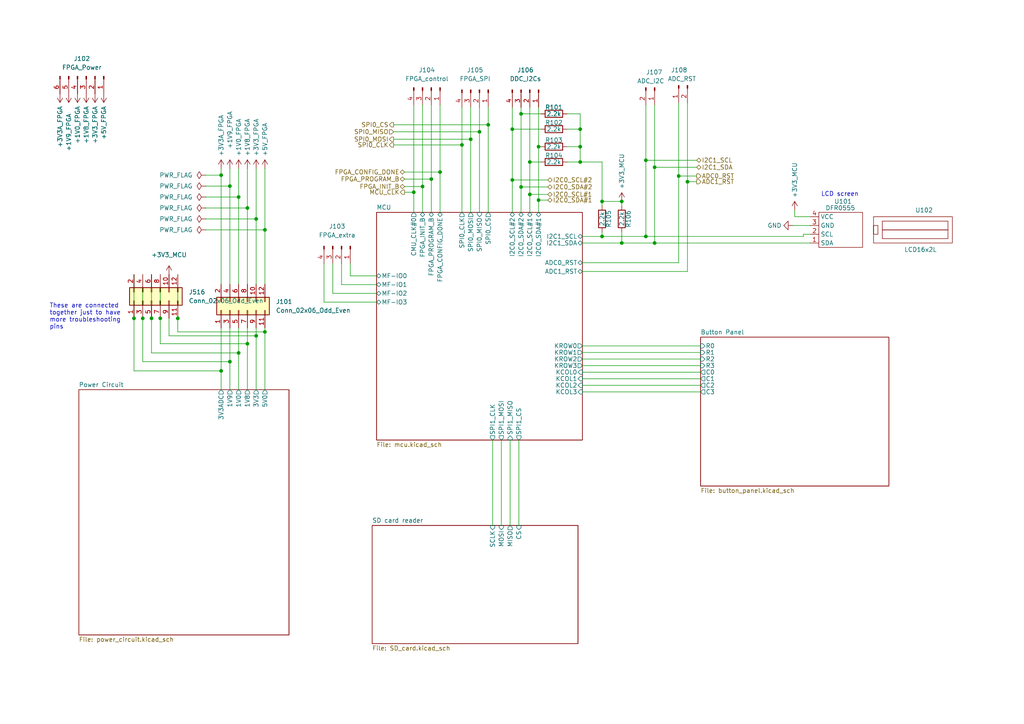
<source format=kicad_sch>
(kicad_sch (version 20211123) (generator eeschema)
  (paper "A4")
  (title_block (title "VGA Centrifuge - MCU area") (rev "v01"))
  (lib_symbols
    (symbol "Connector:Conn_01x02_Male" (pin_names (offset 1.016) hide)
      (property "Reference" "J" (at 0 2.54 0))
      (property "Value" "Conn_01x02_Male" (at 0 -5.08 0))
      (symbol "Conn_01x02_Male_1_1"
        (polyline (pts (xy 1.27 -2.54) (xy 0.8636 -2.54)) (stroke (width 0.1524)))
        (polyline (pts (xy 1.27 0) (xy 0.8636 0)) (stroke (width 0.1524)))
        (rectangle (start 0.8636 -2.413) (end 0 -2.667) (stroke (width 0.1524)) (fill (type outline)))
        (rectangle (start 0.8636 0.127) (end 0 -0.127) (stroke (width 0.1524)) (fill (type outline)))
        (pin passive line (at 5.08 0 180) (length 3.81) (name "Pin_1") (number "1"))
        (pin passive line (at 5.08 -2.54 180) (length 3.81) (name "Pin_2") (number "2"))
      )
    )
    (symbol "Connector:Conn_01x04_Male" (pin_names (offset 1.016) hide)
      (property "Reference" "J" (at 0 5.08 0))
      (property "Value" "Conn_01x04_Male" (at 0 -7.62 0))
      (symbol "Conn_01x04_Male_1_1"
        (polyline (pts (xy 1.27 -5.08) (xy 0.8636 -5.08)) (stroke (width 0.1524)))
        (polyline (pts (xy 1.27 -2.54) (xy 0.8636 -2.54)) (stroke (width 0.1524)))
        (polyline (pts (xy 1.27 0) (xy 0.8636 0)) (stroke (width 0.1524)))
        (polyline (pts (xy 1.27 2.54) (xy 0.8636 2.54)) (stroke (width 0.1524)))
        (rectangle (start 0.8636 -4.953) (end 0 -5.207) (stroke (width 0.1524)) (fill (type outline)))
        (rectangle (start 0.8636 -2.413) (end 0 -2.667) (stroke (width 0.1524)) (fill (type outline)))
        (rectangle (start 0.8636 0.127) (end 0 -0.127) (stroke (width 0.1524)) (fill (type outline)))
        (rectangle (start 0.8636 2.667) (end 0 2.413) (stroke (width 0.1524)) (fill (type outline)))
        (pin passive line (at 5.08 2.54 180) (length 3.81) (name "Pin_1") (number "1"))
        (pin passive line (at 5.08 0 180) (length 3.81) (name "Pin_2") (number "2"))
        (pin passive line (at 5.08 -2.54 180) (length 3.81) (name "Pin_3") (number "3"))
        (pin passive line (at 5.08 -5.08 180) (length 3.81) (name "Pin_4") (number "4"))
      )
    )
    (symbol "Connector:Conn_01x06_Male" (pin_names (offset 1.016) hide)
      (property "Reference" "J" (at 0 7.62 0))
      (property "Value" "Conn_01x06_Male" (at 0 -10.16 0))
      (symbol "Conn_01x06_Male_1_1"
        (polyline (pts (xy 1.27 -7.62) (xy 0.8636 -7.62)) (stroke (width 0.1524)))
        (polyline (pts (xy 1.27 -5.08) (xy 0.8636 -5.08)) (stroke (width 0.1524)))
        (polyline (pts (xy 1.27 -2.54) (xy 0.8636 -2.54)) (stroke (width 0.1524)))
        (polyline (pts (xy 1.27 0) (xy 0.8636 0)) (stroke (width 0.1524)))
        (polyline (pts (xy 1.27 2.54) (xy 0.8636 2.54)) (stroke (width 0.1524)))
        (polyline (pts (xy 1.27 5.08) (xy 0.8636 5.08)) (stroke (width 0.1524)))
        (rectangle (start 0.8636 -7.493) (end 0 -7.747) (stroke (width 0.1524)) (fill (type outline)))
        (rectangle (start 0.8636 -4.953) (end 0 -5.207) (stroke (width 0.1524)) (fill (type outline)))
        (rectangle (start 0.8636 -2.413) (end 0 -2.667) (stroke (width 0.1524)) (fill (type outline)))
        (rectangle (start 0.8636 0.127) (end 0 -0.127) (stroke (width 0.1524)) (fill (type outline)))
        (rectangle (start 0.8636 2.667) (end 0 2.413) (stroke (width 0.1524)) (fill (type outline)))
        (rectangle (start 0.8636 5.207) (end 0 4.953) (stroke (width 0.1524)) (fill (type outline)))
        (pin passive line (at 5.08 5.08 180) (length 3.81) (name "Pin_1") (number "1"))
        (pin passive line (at 5.08 2.54 180) (length 3.81) (name "Pin_2") (number "2"))
        (pin passive line (at 5.08 0 180) (length 3.81) (name "Pin_3") (number "3"))
        (pin passive line (at 5.08 -2.54 180) (length 3.81) (name "Pin_4") (number "4"))
        (pin passive line (at 5.08 -5.08 180) (length 3.81) (name "Pin_5") (number "5"))
        (pin passive line (at 5.08 -7.62 180) (length 3.81) (name "Pin_6") (number "6"))
      )
    )
    (symbol "Connector_Generic:Conn_02x06_Odd_Even" (pin_names (offset 1.016) hide)
      (property "Reference" "J" (at 1.27 7.62 0))
      (property "Value" "Conn_02x06_Odd_Even" (at 1.27 -10.16 0))
      (symbol "Conn_02x06_Odd_Even_1_1"
        (rectangle (start -1.27 -7.493) (end 0 -7.747) (stroke (width 0.1524)))
        (rectangle (start -1.27 -4.953) (end 0 -5.207) (stroke (width 0.1524)))
        (rectangle (start -1.27 -2.413) (end 0 -2.667) (stroke (width 0.1524)))
        (rectangle (start -1.27 0.127) (end 0 -0.127) (stroke (width 0.1524)))
        (rectangle (start -1.27 2.667) (end 0 2.413) (stroke (width 0.1524)))
        (rectangle (start -1.27 5.207) (end 0 4.953) (stroke (width 0.1524)))
        (rectangle (start -1.27 6.35) (end 3.81 -8.89) (stroke (width 0.254)) (fill (type background)))
        (rectangle (start 3.81 -7.493) (end 2.54 -7.747) (stroke (width 0.1524)))
        (rectangle (start 3.81 -4.953) (end 2.54 -5.207) (stroke (width 0.1524)))
        (rectangle (start 3.81 -2.413) (end 2.54 -2.667) (stroke (width 0.1524)))
        (rectangle (start 3.81 0.127) (end 2.54 -0.127) (stroke (width 0.1524)))
        (rectangle (start 3.81 2.667) (end 2.54 2.413) (stroke (width 0.1524)))
        (rectangle (start 3.81 5.207) (end 2.54 4.953) (stroke (width 0.1524)))
        (pin passive line (at -5.08 5.08 0) (length 3.81) (name "Pin_1") (number "1"))
        (pin passive line (at 7.62 -5.08 180) (length 3.81) (name "Pin_10") (number "10"))
        (pin passive line (at -5.08 -7.62 0) (length 3.81) (name "Pin_11") (number "11"))
        (pin passive line (at 7.62 -7.62 180) (length 3.81) (name "Pin_12") (number "12"))
        (pin passive line (at 7.62 5.08 180) (length 3.81) (name "Pin_2") (number "2"))
        (pin passive line (at -5.08 2.54 0) (length 3.81) (name "Pin_3") (number "3"))
        (pin passive line (at 7.62 2.54 180) (length 3.81) (name "Pin_4") (number "4"))
        (pin passive line (at -5.08 0 0) (length 3.81) (name "Pin_5") (number "5"))
        (pin passive line (at 7.62 0 180) (length 3.81) (name "Pin_6") (number "6"))
        (pin passive line (at -5.08 -2.54 0) (length 3.81) (name "Pin_7") (number "7"))
        (pin passive line (at 7.62 -2.54 180) (length 3.81) (name "Pin_8") (number "8"))
        (pin passive line (at -5.08 -5.08 0) (length 3.81) (name "Pin_9") (number "9"))
      )
    )
    (symbol "Device:R" (pin_numbers hide) (pin_names (offset 0))
      (property "Reference" "R" (at 2.032 0 90))
      (property "Value" "R" (at 0 0 90))
      (symbol "R_0_1"
        (rectangle (start -1.016 -2.54) (end 1.016 2.54) (stroke (width 0.254)))
      )
      (symbol "R_1_1"
        (pin passive line (at 0 3.81 270) (length 1.27) (name "~") (number "1"))
        (pin passive line (at 0 -3.81 90) (length 1.27) (name "~") (number "2"))
      )
    )
    (symbol "centrifuge_symbols:+1V0_FPGA" (power) (pin_names (offset 0))
      (property "Value" "+1V0_FPGA" (at 0 3.556 90))
      (symbol "+1V0_FPGA_0_1"
        (polyline (pts (xy -0.762 1.27) (xy 0 2.54)))
        (polyline (pts (xy 0 0) (xy 0 2.54)))
        (polyline (pts (xy 0 2.54) (xy 0.762 1.27)))
      )
      (symbol "+1V0_FPGA_1_1"
        (pin power_in line (at 0 0 90) (length 0) hide (name "+1V0_FPGA") (number "1"))
      )
    )
    (symbol "centrifuge_symbols:+1V8_FPGA" (power) (pin_names (offset 0))
      (property "Value" "+1V8_FPGA" (at 0 3.556 90))
      (symbol "+1V8_FPGA_0_1"
        (polyline (pts (xy -0.762 1.27) (xy 0 2.54)))
        (polyline (pts (xy 0 0) (xy 0 2.54)))
        (polyline (pts (xy 0 2.54) (xy 0.762 1.27)))
      )
      (symbol "+1V8_FPGA_1_1"
        (pin power_in line (at 0 0 90) (length 0) hide (name "+1V8_FPGA") (number "1"))
      )
    )
    (symbol "centrifuge_symbols:+1V9_FPGA" (power) (pin_names (offset 0))
      (property "Value" "+1V9_FPGA" (at 0 5.715 90))
      (symbol "+1V9_FPGA_0_1"
        (polyline (pts (xy -0.762 1.27) (xy 0 2.54)))
        (polyline (pts (xy 0 0) (xy 0 2.54)))
        (polyline (pts (xy 0 2.54) (xy 0.762 1.27)))
      )
      (symbol "+1V9_FPGA_1_1"
        (pin power_in line (at 0 0 90) (length 0) hide (name "+1V9_FPGA") (number "1"))
      )
    )
    (symbol "centrifuge_symbols:+3V3A_FPGA" (power) (pin_names (offset 0))
      (property "Value" "+3V3A_FPGA" (at 0 3.556 90))
      (symbol "+3V3A_FPGA_0_1"
        (polyline (pts (xy -0.762 1.27) (xy 0 2.54)))
        (polyline (pts (xy 0 0) (xy 0 2.54)))
        (polyline (pts (xy 0 2.54) (xy 0.762 1.27)))
      )
      (symbol "+3V3A_FPGA_1_1"
        (pin power_in line (at 0 0 90) (length 0) hide (name "+3V3A_FPGA") (number "1"))
      )
    )
    (symbol "centrifuge_symbols:+3V3_FPGA" (power) (pin_names (offset 0))
      (property "Value" "+3V3_FPGA" (at 0 3.556 90))
      (symbol "+3V3_FPGA_0_1"
        (polyline (pts (xy -0.762 1.27) (xy 0 2.54)))
        (polyline (pts (xy 0 0) (xy 0 2.54)))
        (polyline (pts (xy 0 2.54) (xy 0.762 1.27)))
      )
      (symbol "+3V3_FPGA_1_1"
        (pin power_in line (at 0 0 90) (length 0) hide (name "+3V3_FPGA") (number "1"))
      )
    )
    (symbol "centrifuge_symbols:+3V3_MCU" (power) (pin_names (offset 0))
      (property "Value" "+3V3_MCU" (at 0 3.556 90))
      (symbol "+3V3_MCU_0_1"
        (polyline (pts (xy -0.762 1.27) (xy 0 2.54)))
        (polyline (pts (xy 0 0) (xy 0 2.54)))
        (polyline (pts (xy 0 2.54) (xy 0.762 1.27)))
      )
      (symbol "+3V3_MCU_1_1"
        (pin power_in line (at 0 0 90) (length 0) hide (name "+3V3_MCU") (number "1"))
      )
    )
    (symbol "centrifuge_symbols:+5V_FPGA" (power) (pin_names (offset 0))
      (property "Value" "+5V_FPGA" (at 0 3.556 90))
      (symbol "+5V_FPGA_0_1"
        (polyline (pts (xy -0.762 1.27) (xy 0 2.54)))
        (polyline (pts (xy 0 0) (xy 0 2.54)))
        (polyline (pts (xy 0 2.54) (xy 0.762 1.27)))
      )
      (symbol "+5V_FPGA_1_1"
        (pin power_in line (at 0 0 90) (length 0) hide (name "+5V_FPGA") (number "1"))
      )
    )
    (symbol "mcu_centrifuge_library:DFR0555"
      (property "Reference" "U101" (at -1.905 5.715 0))
      (property "Value" "DFR0555" (at -4.445 3.81 0))
      (symbol "DFR0555_0_1"
        (rectangle (start -6.35 2.54) (end 6.35 -7.62))
      )
      (symbol "DFR0555_1_1"
        (pin open_collector line (at -8.89 -6.35 0) (length 2.54) (name "SDA") (number "1"))
        (pin open_collector line (at -8.89 -3.81 0) (length 2.54) (name "SCL") (number "2"))
        (pin power_in line (at -8.89 -1.27 0) (length 2.54) (name "GND") (number "3"))
        (pin power_in line (at -8.89 1.27 0) (length 2.54) (name "VCC") (number "4"))
      )
    )
    (symbol "mcu_centrifuge_library:LCD16x2L"
      (property "Reference" "U" (at 0 5.08 0))
      (property "Value" "LCD16x2L" (at 0 -5.08 0))
      (symbol "LCD16x2L_0_1"
        (rectangle (start -11.43 1.27) (end -10.16 -1.27))
        (rectangle (start -11.43 3.81) (end 11.43 -3.81))
        (rectangle (start -8.89 -2.54) (end 10.16 0))
        (rectangle (start -8.89 2.54) (end 10.16 0))
      )
    )
    (symbol "power:GND" (power) (pin_names (offset 0))
      (property "Value" "GND" (at 0 -3.81 0))
      (symbol "GND_0_1"
        (polyline (pts (xy 0 0) (xy 0 -1.27) (xy 1.27 -1.27) (xy 0 -2.54) (xy -1.27 -1.27) (xy 0 -1.27)))
      )
      (symbol "GND_1_1"
        (pin power_in line (at 0 0 270) (length 0) hide (name "GND") (number "1"))
      )
    )
    (symbol "power:PWR_FLAG" (power) (pin_numbers hide) (pin_names (offset 0) hide)
      (property "Value" "PWR_FLAG" (at 0 3.81 0))
      (symbol "PWR_FLAG_0_0"
        (pin power_out line (at 0 0 90) (length 0) (name "pwr") (number "1"))
      )
      (symbol "PWR_FLAG_0_1"
        (polyline (pts (xy 0 0) (xy 0 1.27) (xy -1.016 1.905) (xy 0 2.54) (xy 1.016 1.905) (xy 0 1.27)))
      )
    )
  )
  (junction (at 71.755 60.325))
  (junction (at 168.275 42.545))
  (junction (at 127.635 49.911))
  (junction (at 187.325 68.58))
  (junction (at 153.67 46.99))
  (junction (at 148.59 37.465))
  (junction (at 76.835 66.675))
  (junction (at 41.402 92.329))
  (junction (at 189.865 70.485))
  (junction (at 139.065 38.227))
  (junction (at 46.482 92.329))
  (junction (at 122.555 54.102))
  (junction (at 141.605 36.195))
  (junction (at 120.015 55.753))
  (junction (at 199.39 52.705))
  (junction (at 148.59 52.197))
  (junction (at 74.295 63.5))
  (junction (at 156.21 58.039))
  (junction (at 174.625 68.58))
  (junction (at 168.275 37.465))
  (junction (at 174.625 58.42))
  (junction (at 66.675 53.975))
  (junction (at 189.865 48.514))
  (junction (at 76.835 96.266))
  (junction (at 69.215 102.362))
  (junction (at 74.295 97.409))
  (junction (at 51.562 92.329))
  (junction (at 196.85 51.054))
  (junction (at 180.34 58.42))
  (junction (at 125.095 51.943))
  (junction (at 64.135 107.569))
  (junction (at 43.942 92.329))
  (junction (at 180.34 70.485))
  (junction (at 156.21 42.545))
  (junction (at 64.135 50.8))
  (junction (at 71.755 99.695))
  (junction (at 38.862 92.329))
  (junction (at 69.215 57.15))
  (junction (at 133.985 42.037))
  (junction (at 66.675 104.902))
  (junction (at 187.325 46.482))
  (junction (at 151.13 54.229))
  (junction (at 153.67 56.388))
  (junction (at 151.13 33.02))
  (junction (at 136.525 40.386))
  (junction (at 168.275 46.99))
  (wire (pts (xy 174.625 58.42) (xy 174.625 59.69)))
  (wire (pts (xy 141.605 36.195) (xy 141.605 61.595)))
  (wire (pts (xy 127.635 30.48) (xy 127.635 49.911)))
  (wire (pts (xy 41.402 104.902) (xy 66.675 104.902)))
  (wire (pts (xy 139.065 31.115) (xy 139.065 38.227)))
  (wire (pts (xy 59.69 57.15) (xy 69.215 57.15)))
  (wire (pts (xy 202.057 48.514) (xy 189.865 48.514)))
  (wire (pts (xy 153.67 46.99) (xy 153.67 56.388)))
  (wire (pts (xy 76.835 48.895) (xy 76.835 66.675)))
  (wire (pts (xy 99.06 82.55) (xy 99.06 76.454)))
  (wire (pts (xy 69.215 113.03) (xy 69.215 102.362)))
  (wire (pts (xy 230.505 62.865) (xy 230.505 60.96)))
  (wire (pts (xy 153.67 31.115) (xy 153.67 46.99)))
  (wire (pts (xy 114.173 42.037) (xy 133.985 42.037)))
  (wire (pts (xy 196.85 29.845) (xy 196.85 51.054)))
  (wire (pts (xy 136.525 40.386) (xy 136.525 61.595)))
  (wire (pts (xy 164.465 33.02) (xy 168.275 33.02)))
  (wire (pts (xy 189.865 48.514) (xy 189.865 70.485)))
  (wire (pts (xy 142.875 127.635) (xy 142.875 152.4)))
  (wire (pts (xy 46.482 92.329) (xy 46.482 99.695)))
  (wire (pts (xy 168.275 42.545) (xy 168.275 46.99)))
  (wire (pts (xy 117.348 51.943) (xy 125.095 51.943)))
  (wire (pts (xy 148.59 31.115) (xy 148.59 37.465)))
  (wire (pts (xy 229.87 65.405) (xy 234.95 65.405)))
  (wire (pts (xy 168.91 102.235) (xy 203.2 102.235)))
  (wire (pts (xy 202.057 52.705) (xy 199.39 52.705)))
  (wire (pts (xy 156.21 42.545) (xy 156.845 42.545)))
  (wire (pts (xy 49.022 97.409) (xy 74.295 97.409)))
  (wire (pts (xy 168.275 37.465) (xy 168.275 42.545)))
  (wire (pts (xy 230.505 62.865) (xy 234.95 62.865)))
  (wire (pts (xy 133.985 31.115) (xy 133.985 42.037)))
  (wire (pts (xy 74.295 95.123) (xy 74.295 97.409)))
  (wire (pts (xy 66.675 104.902) (xy 66.675 113.03)))
  (wire (pts (xy 101.6 76.454) (xy 101.6 80.01)))
  (wire (pts (xy 189.865 70.485) (xy 234.95 70.485)))
  (wire (pts (xy 168.91 107.95) (xy 203.2 107.95)))
  (wire (pts (xy 64.135 107.569) (xy 64.135 95.123)))
  (wire (pts (xy 38.862 79.629) (xy 38.862 92.329)))
  (wire (pts (xy 74.295 48.895) (xy 74.295 63.5)))
  (wire (pts (xy 125.095 51.943) (xy 125.095 61.595)))
  (wire (pts (xy 64.135 113.03) (xy 64.135 107.569)))
  (wire (pts (xy 43.942 102.362) (xy 69.215 102.362)))
  (wire (pts (xy 153.67 56.388) (xy 153.67 61.595)))
  (wire (pts (xy 96.52 85.09) (xy 109.22 85.09)))
  (wire (pts (xy 59.69 60.325) (xy 71.755 60.325)))
  (wire (pts (xy 122.555 30.48) (xy 122.555 54.102)))
  (wire (pts (xy 168.91 100.33) (xy 203.2 100.33)))
  (wire (pts (xy 41.402 79.629) (xy 41.402 92.329)))
  (wire (pts (xy 71.755 60.325) (xy 71.755 82.423)))
  (wire (pts (xy 147.955 127.635) (xy 147.955 152.4)))
  (wire (pts (xy 41.402 92.329) (xy 41.402 104.902)))
  (wire (pts (xy 59.69 53.975) (xy 66.675 53.975)))
  (wire (pts (xy 51.562 79.629) (xy 51.562 92.329)))
  (wire (pts (xy 168.91 70.485) (xy 180.34 70.485)))
  (wire (pts (xy 71.755 95.123) (xy 71.755 99.695)))
  (wire (pts (xy 51.562 92.329) (xy 51.562 96.266)))
  (wire (pts (xy 66.675 48.895) (xy 66.675 53.975)))
  (wire (pts (xy 43.942 92.329) (xy 43.942 102.362)))
  (wire (pts (xy 151.13 33.02) (xy 151.13 54.229)))
  (wire (pts (xy 158.877 56.388) (xy 153.67 56.388)))
  (wire (pts (xy 133.985 42.037) (xy 133.985 61.595)))
  (wire (pts (xy 51.562 96.266) (xy 76.835 96.266)))
  (wire (pts (xy 174.625 46.99) (xy 174.625 58.42)))
  (wire (pts (xy 43.942 79.629) (xy 43.942 92.329)))
  (wire (pts (xy 168.91 106.045) (xy 203.2 106.045)))
  (wire (pts (xy 101.6 80.01) (xy 109.22 80.01)))
  (wire (pts (xy 59.69 63.5) (xy 74.295 63.5)))
  (wire (pts (xy 141.605 31.115) (xy 141.605 36.195)))
  (wire (pts (xy 187.325 68.58) (xy 233.045 68.58)))
  (wire (pts (xy 153.67 46.99) (xy 156.845 46.99)))
  (wire (pts (xy 180.34 70.485) (xy 189.865 70.485)))
  (wire (pts (xy 199.39 52.705) (xy 199.39 29.845)))
  (wire (pts (xy 64.135 48.895) (xy 64.135 50.8)))
  (wire (pts (xy 168.91 76.2) (xy 196.85 76.2)))
  (wire (pts (xy 168.91 68.58) (xy 174.625 68.58)))
  (wire (pts (xy 187.325 30.48) (xy 187.325 46.482)))
  (wire (pts (xy 69.215 57.15) (xy 69.215 82.423)))
  (wire (pts (xy 136.525 31.115) (xy 136.525 40.386)))
  (wire (pts (xy 168.91 109.855) (xy 203.2 109.855)))
  (wire (pts (xy 151.13 54.229) (xy 151.13 61.595)))
  (wire (pts (xy 120.015 30.48) (xy 120.015 55.753)))
  (wire (pts (xy 109.22 82.55) (xy 99.06 82.55)))
  (wire (pts (xy 180.34 67.31) (xy 180.34 70.485)))
  (wire (pts (xy 38.862 107.569) (xy 64.135 107.569)))
  (wire (pts (xy 156.21 58.039) (xy 156.21 61.595)))
  (wire (pts (xy 174.625 58.42) (xy 180.34 58.42)))
  (wire (pts (xy 168.275 33.02) (xy 168.275 37.465)))
  (wire (pts (xy 38.862 92.329) (xy 38.862 107.569)))
  (wire (pts (xy 66.675 95.123) (xy 66.675 104.902)))
  (wire (pts (xy 187.325 46.482) (xy 187.325 68.58)))
  (wire (pts (xy 114.173 40.386) (xy 136.525 40.386)))
  (wire (pts (xy 139.065 38.227) (xy 139.065 61.595)))
  (wire (pts (xy 76.835 95.123) (xy 76.835 96.266)))
  (wire (pts (xy 164.465 46.99) (xy 168.275 46.99)))
  (wire (pts (xy 127.635 49.911) (xy 127.635 61.595)))
  (wire (pts (xy 66.675 53.975) (xy 66.675 82.423)))
  (wire (pts (xy 189.865 30.48) (xy 189.865 48.514)))
  (wire (pts (xy 76.835 96.266) (xy 76.835 113.03)))
  (wire (pts (xy 168.91 78.74) (xy 199.39 78.74)))
  (wire (pts (xy 69.215 102.362) (xy 69.215 95.123)))
  (wire (pts (xy 233.045 67.945) (xy 234.95 67.945)))
  (wire (pts (xy 114.173 38.227) (xy 139.065 38.227)))
  (wire (pts (xy 148.59 37.465) (xy 156.845 37.465)))
  (wire (pts (xy 117.348 55.753) (xy 120.015 55.753)))
  (wire (pts (xy 49.022 92.329) (xy 49.022 97.409)))
  (wire (pts (xy 202.057 46.482) (xy 187.325 46.482)))
  (wire (pts (xy 117.348 54.102) (xy 122.555 54.102)))
  (wire (pts (xy 125.095 30.48) (xy 125.095 51.943)))
  (wire (pts (xy 148.59 52.197) (xy 148.59 61.595)))
  (wire (pts (xy 156.21 42.545) (xy 156.21 58.039)))
  (wire (pts (xy 156.21 31.115) (xy 156.21 42.545)))
  (wire (pts (xy 122.555 54.102) (xy 122.555 61.595)))
  (wire (pts (xy 196.85 51.054) (xy 196.85 76.2)))
  (wire (pts (xy 164.465 42.545) (xy 168.275 42.545)))
  (wire (pts (xy 180.34 58.42) (xy 180.34 59.69)))
  (wire (pts (xy 71.755 48.895) (xy 71.755 60.325)))
  (wire (pts (xy 96.52 76.454) (xy 96.52 85.09)))
  (wire (pts (xy 199.39 78.74) (xy 199.39 52.705)))
  (wire (pts (xy 233.045 68.58) (xy 233.045 67.945)))
  (wire (pts (xy 158.877 58.039) (xy 156.21 58.039)))
  (wire (pts (xy 148.59 37.465) (xy 148.59 52.197)))
  (wire (pts (xy 168.91 111.76) (xy 203.2 111.76)))
  (wire (pts (xy 168.91 104.14) (xy 203.2 104.14)))
  (wire (pts (xy 117.348 49.911) (xy 127.635 49.911)))
  (wire (pts (xy 74.295 97.409) (xy 74.295 113.03)))
  (wire (pts (xy 174.625 68.58) (xy 187.325 68.58)))
  (wire (pts (xy 151.13 33.02) (xy 156.845 33.02)))
  (wire (pts (xy 164.465 37.465) (xy 168.275 37.465)))
  (wire (pts (xy 168.91 113.665) (xy 203.2 113.665)))
  (wire (pts (xy 46.482 99.695) (xy 71.755 99.695)))
  (wire (pts (xy 120.015 55.753) (xy 120.015 61.595)))
  (wire (pts (xy 150.495 127.635) (xy 150.495 152.4)))
  (wire (pts (xy 174.625 67.31) (xy 174.625 68.58)))
  (wire (pts (xy 59.69 66.675) (xy 76.835 66.675)))
  (wire (pts (xy 46.482 79.629) (xy 46.482 92.329)))
  (wire (pts (xy 114.173 36.195) (xy 141.605 36.195)))
  (wire (pts (xy 64.135 50.8) (xy 64.135 82.423)))
  (wire (pts (xy 158.877 52.197) (xy 148.59 52.197)))
  (wire (pts (xy 69.215 48.895) (xy 69.215 57.15)))
  (wire (pts (xy 71.755 99.695) (xy 71.755 113.03)))
  (wire (pts (xy 174.625 46.99) (xy 168.275 46.99)))
  (wire (pts (xy 59.69 50.8) (xy 64.135 50.8)))
  (wire (pts (xy 93.98 87.63) (xy 93.98 76.454)))
  (wire (pts (xy 109.22 87.63) (xy 93.98 87.63)))
  (wire (pts (xy 74.295 63.5) (xy 74.295 82.423)))
  (wire (pts (xy 76.835 66.675) (xy 76.835 82.423)))
  (wire (pts (xy 202.057 51.054) (xy 196.85 51.054)))
  (wire (pts (xy 158.877 54.229) (xy 151.13 54.229)))
  (wire (pts (xy 151.13 31.115) (xy 151.13 33.02)))
  (wire (pts (xy 145.415 127.635) (xy 145.415 152.4)))
  (text "LCD screen" (at 238.125 57.15 0) (effects (font (size 1.27 1.27)) (justify left bottom)))
  (text "These are connected\ntogether just to have\nmore troubleshooting\npins" (at 14.351 95.631 0) (effects (font (size 1.27 1.27)) (justify left bottom)))
  (hierarchical_label "MCU_CLK" (shape output) (at 117.348 55.753 180))
  (hierarchical_label "SPI0_MOSI" (shape output) (at 114.173 40.386 180))
  (hierarchical_label "I2C1_SCL" (shape bidirectional) (at 202.057 46.482 0))
  (hierarchical_label "I2C0_SCL#2" (shape bidirectional) (at 158.877 52.197 0))
  (hierarchical_label "ADC0_RST" (shape output) (at 202.057 51.054 0))
  (hierarchical_label "FPGA_PROGRAM_B" (shape bidirectional) (at 117.348 51.943 180))
  (hierarchical_label "ADC1_RST" (shape output) (at 202.057 52.705 0))
  (hierarchical_label "SPI0_CLK" (shape output) (at 114.173 42.037 180))
  (hierarchical_label "FPGA_INIT_B" (shape bidirectional) (at 117.348 54.102 180))
  (hierarchical_label "SPI0_MISO" (shape input) (at 114.173 38.227 180))
  (hierarchical_label "FPGA_CONFIG_DONE" (shape bidirectional) (at 117.348 49.911 180))
  (hierarchical_label "I2C0_SDA#2" (shape bidirectional) (at 158.877 54.229 0))
  (hierarchical_label "I2C1_SDA" (shape bidirectional) (at 202.057 48.514 0))
  (hierarchical_label "I2C0_SDA#1" (shape bidirectional) (at 158.877 58.039 0))
  (hierarchical_label "I2C0_SCL#1" (shape bidirectional) (at 158.877 56.388 0))
  (hierarchical_label "SPI0_CS" (shape output) (at 114.173 36.195 180))
  (symbol (lib_id "power:PWR_FLAG") (at 59.69 53.975 90) (unit 1)
    (property "Reference" "#FLG0102" (effects hide))
    (property "Value" "PWR_FLAG" (at 55.88 53.9749 90) (effects (justify left)))
  )
  (symbol (lib_id "centrifuge_symbols:+5V_FPGA") (at 30.099 27.178 180) (unit 1)
    (property "Reference" "#PWR0112" (effects hide))
    (property "Value" "+5V" (at 30.099 30.734 90) (effects (justify left)))
  )
  (symbol (lib_id "Device:R") (at 160.655 42.545 90) (unit 1)
    (property "Reference" "R103" (at 160.655 40.64 90))
    (property "Value" "2.2k" (at 160.655 42.545 90))
    (property "Footprint" "Resistor_SMD:R_0805_2012Metric_Pad1.20x1.40mm_HandSolder" (effects hide))
    (property "Purchase" "https://www.digikey.no/no/products/detail/yageo/AC0805FR-072K2L/5896727" (effects hide))
  )
  (symbol (lib_id "centrifuge_symbols:+3V3_MCU") (at 49.022 79.629 0) (unit 1)
    (property "Reference" "#PWR0238" (effects hide))
    (property "Value" "+3V3_MCU" (at 49.022 73.914 0))
  )
  (symbol (lib_id "Connector:Conn_01x04_Male") (at 139.065 26.035 270) (unit 1)
    (property "Reference" "J105" (at 137.795 20.32 90))
    (property "Value" "FPGA_SPI" (at 137.795 22.86 90))
    (property "Footprint" "Connector_PinHeader_2.54mm:PinHeader_1x04_P2.54mm_Vertical" (effects hide))
  )
  (symbol (lib_id "Device:R") (at 174.625 63.5 0) (unit 1)
    (property "Reference" "R105" (at 176.53 63.5 90))
    (property "Value" "2.2k" (at 174.625 63.5 90))
    (property "Footprint" "Resistor_SMD:R_0805_2012Metric_Pad1.20x1.40mm_HandSolder" (effects hide))
    (property "Purchase" "https://www.digikey.no/no/products/detail/yageo/AC0805FR-072K2L/5896727" (effects hide))
  )
  (symbol (lib_id "Device:R") (at 180.34 63.5 0) (unit 1)
    (property "Reference" "R106" (at 182.245 63.5 90))
    (property "Value" "2.2k" (at 180.34 63.5 90))
    (property "Footprint" "Resistor_SMD:R_0805_2012Metric_Pad1.20x1.40mm_HandSolder" (effects hide))
    (property "Purchase" "https://www.digikey.no/no/products/detail/yageo/AC0805FR-072K2L/5896727" (effects hide))
  )
  (symbol (lib_id "centrifuge_symbols:+3V3_MCU") (at 230.505 60.96 0) (unit 1)
    (property "Reference" "#PWR0115" (effects hide))
    (property "Value" "+3.3V" (at 230.505 57.404 90) (effects (justify left)))
  )
  (symbol (lib_id "Connector:Conn_01x06_Male") (at 25.019 22.098 270) (unit 1)
    (property "Reference" "J102" (at 23.749 17.018 90))
    (property "Value" "FPGA_Power" (at 23.749 19.558 90))
    (property "Footprint" "Connector_PinHeader_2.54mm:PinHeader_1x06_P2.54mm_Vertical" (effects hide))
  )
  (symbol (lib_id "power:PWR_FLAG") (at 59.69 66.675 90) (unit 1)
    (property "Reference" "#FLG0106" (effects hide))
    (property "Value" "PWR_FLAG" (at 55.88 66.6749 90) (effects (justify left)))
  )
  (symbol (lib_id "Device:R") (at 160.655 46.99 90) (unit 1)
    (property "Reference" "R104" (at 160.655 45.085 90))
    (property "Value" "2.2k" (at 160.655 46.99 90))
    (property "Footprint" "Resistor_SMD:R_0805_2012Metric_Pad1.20x1.40mm_HandSolder" (effects hide))
    (property "Purchase" "https://www.digikey.no/no/products/detail/yageo/AC0805FR-072K2L/5896727" (effects hide))
  )
  (symbol (lib_id "centrifuge_symbols:+1V9_FPGA") (at 19.939 27.178 180) (unit 1)
    (property "Reference" "#PWR0109" (effects hide))
    (property "Value" "+1V9" (at 19.939 32.893 90) (effects (justify left)))
  )
  (symbol (lib_id "power:PWR_FLAG") (at 59.69 63.5 90) (unit 1)
    (property "Reference" "#FLG0105" (effects hide))
    (property "Value" "PWR_FLAG" (at 55.88 63.4999 90) (effects (justify left)))
  )
  (symbol (lib_id "centrifuge_symbols:+3V3A_FPGA") (at 64.135 48.895 0) (unit 1)
    (property "Reference" "#PWR0108" (effects hide))
    (property "Value" "+3.3VADC" (at 64.135 45.339 90) (effects (justify left)))
  )
  (symbol (lib_id "centrifuge_symbols:+1V0_FPGA") (at 69.215 48.895 0) (unit 1)
    (property "Reference" "#PWR0101" (effects hide))
    (property "Value" "+1V0" (at 69.215 45.339 90) (effects (justify left)))
  )
  (symbol (lib_id "centrifuge_symbols:+3V3A_FPGA") (at 17.399 27.178 180) (unit 1)
    (property "Reference" "#PWR0111" (effects hide))
    (property "Value" "+3.3VADC" (at 17.399 30.734 90) (effects (justify left)))
  )
  (symbol (lib_id "mcu_centrifuge_library:LCD16x2L") (at 264.795 66.675 0) (unit 1)
    (property "Reference" "U102" (at 265.43 60.96 0) (effects (justify left)))
    (property "Value" "LCD16x2L" (at 262.255 72.39 0) (effects (justify left)))
    (property "Footprint" "centrifuge_mcu:DFR0555" (effects hide))
  )
  (symbol (lib_id "Connector:Conn_01x04_Male") (at 125.095 25.4 270) (unit 1)
    (property "Reference" "J104" (at 123.825 20.32 90))
    (property "Value" "FPGA_control" (at 123.825 22.86 90))
    (property "Footprint" "Connector_PinHeader_2.54mm:PinHeader_1x04_P2.54mm_Vertical" (effects hide))
  )
  (symbol (lib_id "power:PWR_FLAG") (at 59.69 60.325 90) (unit 1)
    (property "Reference" "#FLG0104" (effects hide))
    (property "Value" "PWR_FLAG" (at 55.88 60.3249 90) (effects (justify left)))
  )
  (symbol (lib_id "centrifuge_symbols:+3V3_FPGA") (at 74.295 48.895 0) (unit 1)
    (property "Reference" "#PWR0104" (effects hide))
    (property "Value" "+3.3V" (at 74.295 45.339 90) (effects (justify left)))
  )
  (symbol (lib_id "Connector:Conn_01x04_Male") (at 99.06 71.374 270) (unit 1)
    (property "Reference" "J103" (at 97.79 65.659 90))
    (property "Value" "FPGA_extra" (at 97.79 68.199 90))
    (property "Footprint" "Connector_PinHeader_2.54mm:PinHeader_1x04_P2.54mm_Vertical" (effects hide))
  )
  (symbol (lib_id "mcu_centrifuge_library:DFR0555") (at 243.84 64.135 0) (unit 1)
    (property "Reference" "U101" (at 241.935 58.42 0) (effects (justify left)))
    (property "Value" "DFR0555" (at 239.395 60.325 0) (effects (justify left)))
    (property "Footprint" "Connector_PinHeader_2.54mm:PinHeader_1x04_P2.54mm_Vertical" (effects hide))
    (property "Purchase" "https://www.digikey.no/no/products/detail/trinamic-motion-control-gmbh/CABLE-PH04/9381900" (effects hide))
  )
  (symbol (lib_id "Connector:Conn_01x02_Male") (at 189.865 25.4 270) (unit 1)
    (property "Reference" "J107" (at 187.325 20.955 90) (effects (justify left)))
    (property "Value" "ADC_I2C" (at 184.785 23.495 90) (effects (justify left)))
    (property "Footprint" "Connector_PinHeader_2.54mm:PinHeader_1x02_P2.54mm_Vertical" (effects hide))
  )
  (symbol (lib_id "centrifuge_symbols:+5V_FPGA") (at 76.835 48.895 0) (unit 1)
    (property "Reference" "#PWR0110" (effects hide))
    (property "Value" "+5V" (at 76.835 45.339 90) (effects (justify left)))
  )
  (symbol (lib_id "centrifuge_symbols:+1V0_FPGA") (at 22.479 27.178 180) (unit 1)
    (property "Reference" "#PWR0103" (effects hide))
    (property "Value" "+1V0" (at 22.479 30.734 90) (effects (justify left)))
  )
  (symbol (lib_id "centrifuge_symbols:+1V8_FPGA") (at 71.755 48.895 0) (unit 1)
    (property "Reference" "#PWR0102" (effects hide))
    (property "Value" "+1V8" (at 71.755 45.339 90) (effects (justify left)))
  )
  (symbol (lib_id "Connector_Generic:Conn_02x06_Odd_Even") (at 43.942 87.249 90) (unit 1)
    (property "Reference" "J516" (at 54.737 84.7089 90) (effects (justify right)))
    (property "Value" "Conn_02x06_Odd_Even" (at 54.737 87.2489 90) (effects (justify right)))
    (property "Footprint" "Connector_PinHeader_2.54mm:PinHeader_2x06_P2.54mm_Vertical" (effects hide))
  )
  (symbol (lib_id "power:PWR_FLAG") (at 59.69 57.15 90) (unit 1)
    (property "Reference" "#FLG0103" (effects hide))
    (property "Value" "PWR_FLAG" (at 55.88 57.1499 90) (effects (justify left)))
  )
  (symbol (lib_id "centrifuge_symbols:+3V3_FPGA") (at 27.559 27.178 180) (unit 1)
    (property "Reference" "#PWR0107" (effects hide))
    (property "Value" "+3.3V" (at 27.559 30.734 90) (effects (justify left)))
  )
  (symbol (lib_id "power:PWR_FLAG") (at 59.69 50.8 90) (unit 1)
    (property "Reference" "#FLG0101" (effects hide))
    (property "Value" "PWR_FLAG" (at 55.88 50.7999 90) (effects (justify left)))
  )
  (symbol (lib_id "power:GND") (at 229.87 65.405 270) (unit 1)
    (property "Reference" "#PWR0114" (effects hide))
    (property "Value" "GND" (at 226.695 65.4049 90) (effects (justify right)))
  )
  (symbol (lib_id "Connector_Generic:Conn_02x06_Odd_Even") (at 69.215 90.043 90) (unit 1)
    (property "Reference" "J101" (at 80.01 87.5029 90) (effects (justify right)))
    (property "Value" "Conn_02x06_Odd_Even" (at 80.01 90.0429 90) (effects (justify right)))
    (property "Footprint" "Connector_PinHeader_2.54mm:PinHeader_2x06_P2.54mm_Vertical" (effects hide))
  )
  (symbol (lib_id "centrifuge_symbols:+3V3_MCU") (at 180.34 58.42 0) (unit 1)
    (property "Reference" "#PWR0113" (effects hide))
    (property "Value" "+3.3V" (at 180.34 54.864 90) (effects (justify left)))
  )
  (symbol (lib_id "Connector:Conn_01x02_Male") (at 196.85 24.765 90) (mirror x) (unit 1)
    (property "Reference" "J108" (at 199.39 20.32 90) (effects (justify left)))
    (property "Value" "ADC_RST" (at 201.93 22.86 90) (effects (justify left)))
    (property "Footprint" "Connector_PinHeader_2.54mm:PinHeader_1x02_P2.54mm_Vertical" (effects hide))
  )
  (symbol (lib_id "centrifuge_symbols:+1V9_FPGA") (at 66.675 48.895 0) (unit 1)
    (property "Reference" "#PWR0106" (effects hide))
    (property "Value" "+1V9" (at 66.675 43.18 90) (effects (justify left)))
  )
  (symbol (lib_id "centrifuge_symbols:+1V8_FPGA") (at 25.019 27.178 180) (unit 1)
    (property "Reference" "#PWR0105" (effects hide))
    (property "Value" "+1V8" (at 25.019 30.734 90) (effects (justify left)))
  )
  (symbol (lib_id "Device:R") (at 160.655 33.02 90) (unit 1)
    (property "Reference" "R101" (at 160.655 31.115 90))
    (property "Value" "2.2k" (at 160.655 33.02 90))
    (property "Footprint" "Resistor_SMD:R_0805_2012Metric_Pad1.20x1.40mm_HandSolder" (effects hide))
    (property "Purchase" "https://www.digikey.no/no/products/detail/yageo/AC0805FR-072K2L/5896727" (effects hide))
  )
  (symbol (lib_id "Connector:Conn_01x04_Male") (at 153.67 26.035 270) (unit 1)
    (property "Reference" "J106" (at 152.4 20.32 90))
    (property "Value" "DDC_I2Cs" (at 152.4 22.86 90))
    (property "Footprint" "Connector_PinHeader_2.54mm:PinHeader_1x04_P2.54mm_Vertical" (effects hide))
  )
  (symbol (lib_id "Device:R") (at 160.655 37.465 90) (unit 1)
    (property "Reference" "R102" (at 160.655 35.56 90))
    (property "Value" "2.2k" (at 160.655 37.465 90))
    (property "Footprint" "Resistor_SMD:R_0805_2012Metric_Pad1.20x1.40mm_HandSolder" (effects hide))
    (property "Purchase" "https://www.digikey.no/no/products/detail/yageo/AC0805FR-072K2L/5896727" (effects hide))
  )
  (sheet (at 22.86 113.03) (size 60.96 71.12) (stroke (width 0.1524))
    (property "Sheet name" "Power Circuit" (at 22.86 112.3184 0) (effects (justify left bottom)))
    (property "Sheet file" "power_circuit.kicad_sch" (at 22.86 184.7346 0) (effects (justify left top)))
    (pin "3V3ADC" output (at 64.135 113.03 90))
    (pin "3V3" output (at 74.295 113.03 90))
    (pin "1V0" output (at 69.215 113.03 90))
    (pin "1V8" output (at 71.755 113.03 90))
    (pin "1V9" output (at 66.675 113.03 90))
    (pin "5V0" output (at 76.835 113.03 90))
  )
  (sheet (at 203.2 97.79) (size 54.61 43.18) (stroke (width 0.1524))
    (property "Sheet name" "Button Panel" (at 203.2 97.0784 0) (effects (justify left bottom)))
    (property "Sheet file" "button_panel.kicad_sch" (at 203.2 141.5546 0) (effects (justify left top)))
    (pin "R1" input (at 203.2 102.235 180))
    (pin "R0" input (at 203.2 100.33 180))
    (pin "R2" input (at 203.2 104.14 180))
    (pin "R3" input (at 203.2 106.045 180))
    (pin "C0" output (at 203.2 107.95 180))
    (pin "C2" output (at 203.2 111.76 180))
    (pin "C1" output (at 203.2 109.855 180))
    (pin "C3" output (at 203.2 113.665 180))
  )
  (sheet (at 109.22 61.595) (size 59.69 66.04) (stroke (width 0.1524))
    (property "Sheet name" "MCU" (at 109.22 60.8834 0) (effects (justify left bottom)))
    (property "Sheet file" "mcu.kicad_sch" (at 109.22 128.2196 0) (effects (justify left top)))
    (pin "KROW0" output (at 168.91 100.33 0))
    (pin "KROW1" output (at 168.91 102.235 0))
    (pin "KROW2" output (at 168.91 104.14 0))
    (pin "KCOL2" input (at 168.91 111.76 0))
    (pin "KROW3" output (at 168.91 106.045 0))
    (pin "KCOL0" input (at 168.91 107.95 0))
    (pin "KCOL1" input (at 168.91 109.855 0))
    (pin "KCOL3" input (at 168.91 113.665 0))
    (pin "SPI0_CS" output (at 141.605 61.595 90))
    (pin "SPI0_MOSI" output (at 136.525 61.595 90))
    (pin "SPI0_MISO" input (at 139.065 61.595 90))
    (pin "SPI0_CLK" output (at 133.985 61.595 90))
    (pin "SPI1_MISO" input (at 147.955 127.635 270))
    (pin "SPI1_MOSI" output (at 145.415 127.635 270))
    (pin "SPI1_CLK" output (at 142.875 127.635 270))
    (pin "SPI1_CS" output (at 150.495 127.635 270))
    (pin "I2C1_SDA" bidirectional (at 168.91 70.485 0))
    (pin "I2C1_SCL" bidirectional (at 168.91 68.58 0))
    (pin "I2C0_SDA#1" bidirectional (at 156.21 61.595 90))
    (pin "I2C0_SCL#1" bidirectional (at 153.67 61.595 90))
    (pin "I2C0_SCL#2" bidirectional (at 148.59 61.595 90))
    (pin "I2C0_SDA#2" bidirectional (at 151.13 61.595 90))
    (pin "CMU_CLK#0" output (at 120.015 61.595 90))
    (pin "FPGA_INIT_B" bidirectional (at 122.555 61.595 90))
    (pin "ADC1_RST" bidirectional (at 168.91 78.74 0))
    (pin "ADC0_RST" bidirectional (at 168.91 76.2 0))
    (pin "MF-IO1" bidirectional (at 109.22 82.55 180))
    (pin "MF-IO0" bidirectional (at 109.22 80.01 180))
    (pin "MF-IO2" bidirectional (at 109.22 85.09 180))
    (pin "MF-IO3" bidirectional (at 109.22 87.63 180))
    (pin "FPGA_PROGRAM_B" bidirectional (at 125.095 61.595 90))
    (pin "FPGA_CONFIG_DONE" bidirectional (at 127.635 61.595 90))
  )
  (sheet (at 107.95 152.4) (size 59.69 34.29) (stroke (width 0.1524))
    (property "Sheet name" "SD card reader" (at 107.95 151.6884 0) (effects (justify left bottom)))
    (property "Sheet file" "SD_card.kicad_sch" (at 107.95 187.2746 0) (effects (justify left top)))
    (pin "MISO" output (at 147.955 152.4 90))
    (pin "CS" input (at 150.495 152.4 90))
    (pin "MOSI" input (at 145.415 152.4 90))
    (pin "SCLK" input (at 142.875 152.4 90))
  )
)
</source>
